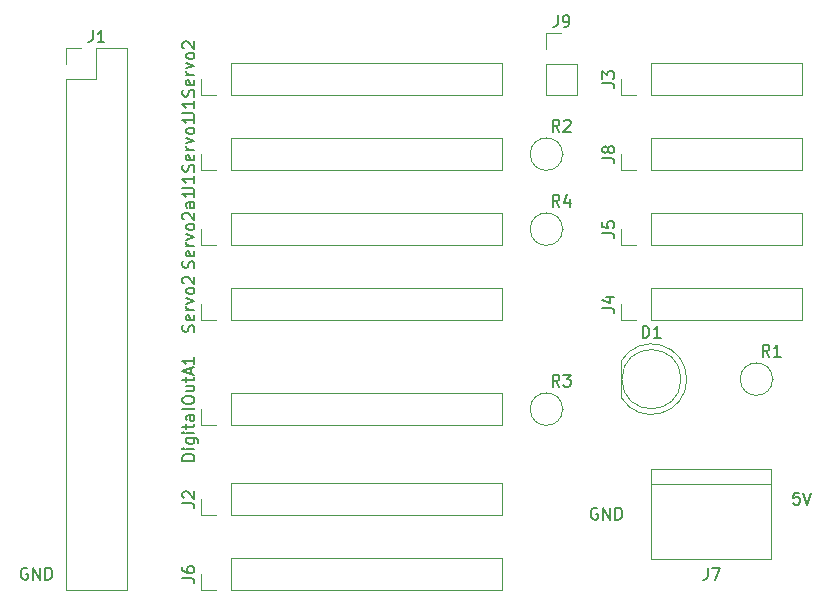
<source format=gbr>
G04 #@! TF.GenerationSoftware,KiCad,Pcbnew,(5.1.2-1)-1*
G04 #@! TF.CreationDate,2019-07-02T22:52:59+10:00*
G04 #@! TF.ProjectId,pcb_combined,7063625f-636f-46d6-9269-6e65642e6b69,rev?*
G04 #@! TF.SameCoordinates,Original*
G04 #@! TF.FileFunction,Legend,Top*
G04 #@! TF.FilePolarity,Positive*
%FSLAX46Y46*%
G04 Gerber Fmt 4.6, Leading zero omitted, Abs format (unit mm)*
G04 Created by KiCad (PCBNEW (5.1.2-1)-1) date 2019-07-02 22:52:59*
%MOMM*%
%LPD*%
G04 APERTURE LIST*
%ADD10C,0.150000*%
%ADD11C,0.120000*%
G04 APERTURE END LIST*
D10*
X88138095Y-70620000D02*
X88042857Y-70572380D01*
X87900000Y-70572380D01*
X87757142Y-70620000D01*
X87661904Y-70715238D01*
X87614285Y-70810476D01*
X87566666Y-71000952D01*
X87566666Y-71143809D01*
X87614285Y-71334285D01*
X87661904Y-71429523D01*
X87757142Y-71524761D01*
X87900000Y-71572380D01*
X87995238Y-71572380D01*
X88138095Y-71524761D01*
X88185714Y-71477142D01*
X88185714Y-71143809D01*
X87995238Y-71143809D01*
X88614285Y-71572380D02*
X88614285Y-70572380D01*
X89185714Y-71572380D01*
X89185714Y-70572380D01*
X89661904Y-71572380D02*
X89661904Y-70572380D01*
X89900000Y-70572380D01*
X90042857Y-70620000D01*
X90138095Y-70715238D01*
X90185714Y-70810476D01*
X90233333Y-71000952D01*
X90233333Y-71143809D01*
X90185714Y-71334285D01*
X90138095Y-71429523D01*
X90042857Y-71524761D01*
X89900000Y-71572380D01*
X89661904Y-71572380D01*
X39878095Y-75700000D02*
X39782857Y-75652380D01*
X39640000Y-75652380D01*
X39497142Y-75700000D01*
X39401904Y-75795238D01*
X39354285Y-75890476D01*
X39306666Y-76080952D01*
X39306666Y-76223809D01*
X39354285Y-76414285D01*
X39401904Y-76509523D01*
X39497142Y-76604761D01*
X39640000Y-76652380D01*
X39735238Y-76652380D01*
X39878095Y-76604761D01*
X39925714Y-76557142D01*
X39925714Y-76223809D01*
X39735238Y-76223809D01*
X40354285Y-76652380D02*
X40354285Y-75652380D01*
X40925714Y-76652380D01*
X40925714Y-75652380D01*
X41401904Y-76652380D02*
X41401904Y-75652380D01*
X41640000Y-75652380D01*
X41782857Y-75700000D01*
X41878095Y-75795238D01*
X41925714Y-75890476D01*
X41973333Y-76080952D01*
X41973333Y-76223809D01*
X41925714Y-76414285D01*
X41878095Y-76509523D01*
X41782857Y-76604761D01*
X41640000Y-76652380D01*
X41401904Y-76652380D01*
X105219523Y-69302380D02*
X104743333Y-69302380D01*
X104695714Y-69778571D01*
X104743333Y-69730952D01*
X104838571Y-69683333D01*
X105076666Y-69683333D01*
X105171904Y-69730952D01*
X105219523Y-69778571D01*
X105267142Y-69873809D01*
X105267142Y-70111904D01*
X105219523Y-70207142D01*
X105171904Y-70254761D01*
X105076666Y-70302380D01*
X104838571Y-70302380D01*
X104743333Y-70254761D01*
X104695714Y-70207142D01*
X105552857Y-69302380D02*
X105886190Y-70302380D01*
X106219523Y-69302380D01*
D11*
X83760000Y-30420000D02*
X85090000Y-30420000D01*
X83760000Y-31750000D02*
X83760000Y-30420000D01*
X83760000Y-33020000D02*
X86420000Y-33020000D01*
X86420000Y-33020000D02*
X86420000Y-35620000D01*
X83760000Y-33020000D02*
X83760000Y-35620000D01*
X83760000Y-35620000D02*
X86420000Y-35620000D01*
X85190000Y-46990000D02*
X85260000Y-46990000D01*
X85190000Y-46990000D02*
G75*
G03X85190000Y-46990000I-1370000J0D01*
G01*
X85190000Y-62230000D02*
X85260000Y-62230000D01*
X85190000Y-62230000D02*
G75*
G03X85190000Y-62230000I-1370000J0D01*
G01*
X85190000Y-40640000D02*
X85260000Y-40640000D01*
X85190000Y-40640000D02*
G75*
G03X85190000Y-40640000I-1370000J0D01*
G01*
X90110000Y-48320000D02*
X90110000Y-46990000D01*
X91440000Y-48320000D02*
X90110000Y-48320000D01*
X92710000Y-48320000D02*
X92710000Y-45660000D01*
X92710000Y-45660000D02*
X105470000Y-45660000D01*
X92710000Y-48320000D02*
X105470000Y-48320000D01*
X105470000Y-48320000D02*
X105470000Y-45660000D01*
X90110000Y-54670000D02*
X90110000Y-53340000D01*
X91440000Y-54670000D02*
X90110000Y-54670000D01*
X92710000Y-54670000D02*
X92710000Y-52010000D01*
X92710000Y-52010000D02*
X105470000Y-52010000D01*
X92710000Y-54670000D02*
X105470000Y-54670000D01*
X105470000Y-54670000D02*
X105470000Y-52010000D01*
X54550000Y-77530000D02*
X54550000Y-76200000D01*
X55880000Y-77530000D02*
X54550000Y-77530000D01*
X57150000Y-77530000D02*
X57150000Y-74870000D01*
X57150000Y-74870000D02*
X80070000Y-74870000D01*
X57150000Y-77530000D02*
X80070000Y-77530000D01*
X80070000Y-77530000D02*
X80070000Y-74870000D01*
X54550000Y-71180000D02*
X54550000Y-69850000D01*
X55880000Y-71180000D02*
X54550000Y-71180000D01*
X57150000Y-71180000D02*
X57150000Y-68520000D01*
X57150000Y-68520000D02*
X80070000Y-68520000D01*
X57150000Y-71180000D02*
X80070000Y-71180000D01*
X80070000Y-71180000D02*
X80070000Y-68520000D01*
X54550000Y-54670000D02*
X54550000Y-53340000D01*
X55880000Y-54670000D02*
X54550000Y-54670000D01*
X57150000Y-54670000D02*
X57150000Y-52010000D01*
X57150000Y-52010000D02*
X80070000Y-52010000D01*
X57150000Y-54670000D02*
X80070000Y-54670000D01*
X80070000Y-54670000D02*
X80070000Y-52010000D01*
X54550000Y-41970000D02*
X54550000Y-40640000D01*
X55880000Y-41970000D02*
X54550000Y-41970000D01*
X57150000Y-41970000D02*
X57150000Y-39310000D01*
X57150000Y-39310000D02*
X80070000Y-39310000D01*
X57150000Y-41970000D02*
X80070000Y-41970000D01*
X80070000Y-41970000D02*
X80070000Y-39310000D01*
X102870000Y-67310000D02*
X92710000Y-67310000D01*
X102870000Y-74930000D02*
X102870000Y-67310000D01*
X92710000Y-74930000D02*
X102870000Y-74930000D01*
X92710000Y-67310000D02*
X92710000Y-74930000D01*
X92710000Y-68580000D02*
X102870000Y-68580000D01*
X102970000Y-59690000D02*
X103040000Y-59690000D01*
X102970000Y-59690000D02*
G75*
G03X102970000Y-59690000I-1370000J0D01*
G01*
X90110000Y-41970000D02*
X90110000Y-40640000D01*
X91440000Y-41970000D02*
X90110000Y-41970000D01*
X92710000Y-41970000D02*
X92710000Y-39310000D01*
X92710000Y-39310000D02*
X105470000Y-39310000D01*
X92710000Y-41970000D02*
X105470000Y-41970000D01*
X105470000Y-41970000D02*
X105470000Y-39310000D01*
X90110000Y-35620000D02*
X90110000Y-34290000D01*
X91440000Y-35620000D02*
X90110000Y-35620000D01*
X92710000Y-35620000D02*
X92710000Y-32960000D01*
X92710000Y-32960000D02*
X105470000Y-32960000D01*
X92710000Y-35620000D02*
X105470000Y-35620000D01*
X105470000Y-35620000D02*
X105470000Y-32960000D01*
X54550000Y-48320000D02*
X54550000Y-46990000D01*
X55880000Y-48320000D02*
X54550000Y-48320000D01*
X57150000Y-48320000D02*
X57150000Y-45660000D01*
X57150000Y-45660000D02*
X80070000Y-45660000D01*
X57150000Y-48320000D02*
X80070000Y-48320000D01*
X80070000Y-48320000D02*
X80070000Y-45660000D01*
X54550000Y-63560000D02*
X54550000Y-62230000D01*
X55880000Y-63560000D02*
X54550000Y-63560000D01*
X57150000Y-63560000D02*
X57150000Y-60900000D01*
X57150000Y-60900000D02*
X80070000Y-60900000D01*
X57150000Y-63560000D02*
X80070000Y-63560000D01*
X80070000Y-63560000D02*
X80070000Y-60900000D01*
X43120000Y-31690000D02*
X44450000Y-31690000D01*
X43120000Y-33020000D02*
X43120000Y-31690000D01*
X45720000Y-31690000D02*
X48320000Y-31690000D01*
X45720000Y-34290000D02*
X45720000Y-31690000D01*
X43120000Y-34290000D02*
X45720000Y-34290000D01*
X48320000Y-31690000D02*
X48320000Y-77530000D01*
X43120000Y-34290000D02*
X43120000Y-77530000D01*
X43120000Y-77530000D02*
X48320000Y-77530000D01*
X54550000Y-35620000D02*
X54550000Y-34290000D01*
X55880000Y-35620000D02*
X54550000Y-35620000D01*
X57150000Y-35620000D02*
X57150000Y-32960000D01*
X57150000Y-32960000D02*
X80070000Y-32960000D01*
X57150000Y-35620000D02*
X80070000Y-35620000D01*
X80070000Y-35620000D02*
X80070000Y-32960000D01*
X90150000Y-58145000D02*
X90150000Y-61235000D01*
X95210000Y-59690000D02*
G75*
G03X95210000Y-59690000I-2500000J0D01*
G01*
X95700000Y-59689538D02*
G75*
G02X90150000Y-61234830I-2990000J-462D01*
G01*
X95700000Y-59690462D02*
G75*
G03X90150000Y-58145170I-2990000J462D01*
G01*
D10*
X84756666Y-28872380D02*
X84756666Y-29586666D01*
X84709047Y-29729523D01*
X84613809Y-29824761D01*
X84470952Y-29872380D01*
X84375714Y-29872380D01*
X85280476Y-29872380D02*
X85470952Y-29872380D01*
X85566190Y-29824761D01*
X85613809Y-29777142D01*
X85709047Y-29634285D01*
X85756666Y-29443809D01*
X85756666Y-29062857D01*
X85709047Y-28967619D01*
X85661428Y-28920000D01*
X85566190Y-28872380D01*
X85375714Y-28872380D01*
X85280476Y-28920000D01*
X85232857Y-28967619D01*
X85185238Y-29062857D01*
X85185238Y-29300952D01*
X85232857Y-29396190D01*
X85280476Y-29443809D01*
X85375714Y-29491428D01*
X85566190Y-29491428D01*
X85661428Y-29443809D01*
X85709047Y-29396190D01*
X85756666Y-29300952D01*
X84923333Y-45072380D02*
X84590000Y-44596190D01*
X84351904Y-45072380D02*
X84351904Y-44072380D01*
X84732857Y-44072380D01*
X84828095Y-44120000D01*
X84875714Y-44167619D01*
X84923333Y-44262857D01*
X84923333Y-44405714D01*
X84875714Y-44500952D01*
X84828095Y-44548571D01*
X84732857Y-44596190D01*
X84351904Y-44596190D01*
X85780476Y-44405714D02*
X85780476Y-45072380D01*
X85542380Y-44024761D02*
X85304285Y-44739047D01*
X85923333Y-44739047D01*
X84923333Y-60312380D02*
X84590000Y-59836190D01*
X84351904Y-60312380D02*
X84351904Y-59312380D01*
X84732857Y-59312380D01*
X84828095Y-59360000D01*
X84875714Y-59407619D01*
X84923333Y-59502857D01*
X84923333Y-59645714D01*
X84875714Y-59740952D01*
X84828095Y-59788571D01*
X84732857Y-59836190D01*
X84351904Y-59836190D01*
X85256666Y-59312380D02*
X85875714Y-59312380D01*
X85542380Y-59693333D01*
X85685238Y-59693333D01*
X85780476Y-59740952D01*
X85828095Y-59788571D01*
X85875714Y-59883809D01*
X85875714Y-60121904D01*
X85828095Y-60217142D01*
X85780476Y-60264761D01*
X85685238Y-60312380D01*
X85399523Y-60312380D01*
X85304285Y-60264761D01*
X85256666Y-60217142D01*
X84923333Y-38722380D02*
X84590000Y-38246190D01*
X84351904Y-38722380D02*
X84351904Y-37722380D01*
X84732857Y-37722380D01*
X84828095Y-37770000D01*
X84875714Y-37817619D01*
X84923333Y-37912857D01*
X84923333Y-38055714D01*
X84875714Y-38150952D01*
X84828095Y-38198571D01*
X84732857Y-38246190D01*
X84351904Y-38246190D01*
X85304285Y-37817619D02*
X85351904Y-37770000D01*
X85447142Y-37722380D01*
X85685238Y-37722380D01*
X85780476Y-37770000D01*
X85828095Y-37817619D01*
X85875714Y-37912857D01*
X85875714Y-38008095D01*
X85828095Y-38150952D01*
X85256666Y-38722380D01*
X85875714Y-38722380D01*
X88562380Y-47323333D02*
X89276666Y-47323333D01*
X89419523Y-47370952D01*
X89514761Y-47466190D01*
X89562380Y-47609047D01*
X89562380Y-47704285D01*
X88562380Y-46370952D02*
X88562380Y-46847142D01*
X89038571Y-46894761D01*
X88990952Y-46847142D01*
X88943333Y-46751904D01*
X88943333Y-46513809D01*
X88990952Y-46418571D01*
X89038571Y-46370952D01*
X89133809Y-46323333D01*
X89371904Y-46323333D01*
X89467142Y-46370952D01*
X89514761Y-46418571D01*
X89562380Y-46513809D01*
X89562380Y-46751904D01*
X89514761Y-46847142D01*
X89467142Y-46894761D01*
X88562380Y-53673333D02*
X89276666Y-53673333D01*
X89419523Y-53720952D01*
X89514761Y-53816190D01*
X89562380Y-53959047D01*
X89562380Y-54054285D01*
X88895714Y-52768571D02*
X89562380Y-52768571D01*
X88514761Y-53006666D02*
X89229047Y-53244761D01*
X89229047Y-52625714D01*
X53002380Y-76533333D02*
X53716666Y-76533333D01*
X53859523Y-76580952D01*
X53954761Y-76676190D01*
X54002380Y-76819047D01*
X54002380Y-76914285D01*
X53002380Y-75628571D02*
X53002380Y-75819047D01*
X53050000Y-75914285D01*
X53097619Y-75961904D01*
X53240476Y-76057142D01*
X53430952Y-76104761D01*
X53811904Y-76104761D01*
X53907142Y-76057142D01*
X53954761Y-76009523D01*
X54002380Y-75914285D01*
X54002380Y-75723809D01*
X53954761Y-75628571D01*
X53907142Y-75580952D01*
X53811904Y-75533333D01*
X53573809Y-75533333D01*
X53478571Y-75580952D01*
X53430952Y-75628571D01*
X53383333Y-75723809D01*
X53383333Y-75914285D01*
X53430952Y-76009523D01*
X53478571Y-76057142D01*
X53573809Y-76104761D01*
X53002380Y-70183333D02*
X53716666Y-70183333D01*
X53859523Y-70230952D01*
X53954761Y-70326190D01*
X54002380Y-70469047D01*
X54002380Y-70564285D01*
X53097619Y-69754761D02*
X53050000Y-69707142D01*
X53002380Y-69611904D01*
X53002380Y-69373809D01*
X53050000Y-69278571D01*
X53097619Y-69230952D01*
X53192857Y-69183333D01*
X53288095Y-69183333D01*
X53430952Y-69230952D01*
X54002380Y-69802380D01*
X54002380Y-69183333D01*
X53954761Y-55673333D02*
X54002380Y-55530476D01*
X54002380Y-55292380D01*
X53954761Y-55197142D01*
X53907142Y-55149523D01*
X53811904Y-55101904D01*
X53716666Y-55101904D01*
X53621428Y-55149523D01*
X53573809Y-55197142D01*
X53526190Y-55292380D01*
X53478571Y-55482857D01*
X53430952Y-55578095D01*
X53383333Y-55625714D01*
X53288095Y-55673333D01*
X53192857Y-55673333D01*
X53097619Y-55625714D01*
X53050000Y-55578095D01*
X53002380Y-55482857D01*
X53002380Y-55244761D01*
X53050000Y-55101904D01*
X53954761Y-54292380D02*
X54002380Y-54387619D01*
X54002380Y-54578095D01*
X53954761Y-54673333D01*
X53859523Y-54720952D01*
X53478571Y-54720952D01*
X53383333Y-54673333D01*
X53335714Y-54578095D01*
X53335714Y-54387619D01*
X53383333Y-54292380D01*
X53478571Y-54244761D01*
X53573809Y-54244761D01*
X53669047Y-54720952D01*
X54002380Y-53816190D02*
X53335714Y-53816190D01*
X53526190Y-53816190D02*
X53430952Y-53768571D01*
X53383333Y-53720952D01*
X53335714Y-53625714D01*
X53335714Y-53530476D01*
X53335714Y-53292380D02*
X54002380Y-53054285D01*
X53335714Y-52816190D01*
X54002380Y-52292380D02*
X53954761Y-52387619D01*
X53907142Y-52435238D01*
X53811904Y-52482857D01*
X53526190Y-52482857D01*
X53430952Y-52435238D01*
X53383333Y-52387619D01*
X53335714Y-52292380D01*
X53335714Y-52149523D01*
X53383333Y-52054285D01*
X53430952Y-52006666D01*
X53526190Y-51959047D01*
X53811904Y-51959047D01*
X53907142Y-52006666D01*
X53954761Y-52054285D01*
X54002380Y-52149523D01*
X54002380Y-52292380D01*
X53097619Y-51578095D02*
X53050000Y-51530476D01*
X53002380Y-51435238D01*
X53002380Y-51197142D01*
X53050000Y-51101904D01*
X53097619Y-51054285D01*
X53192857Y-51006666D01*
X53288095Y-51006666D01*
X53430952Y-51054285D01*
X54002380Y-51625714D01*
X54002380Y-51006666D01*
X53002380Y-43497142D02*
X53716666Y-43497142D01*
X53859523Y-43544761D01*
X53954761Y-43640000D01*
X54002380Y-43782857D01*
X54002380Y-43878095D01*
X54002380Y-42497142D02*
X54002380Y-43068571D01*
X54002380Y-42782857D02*
X53002380Y-42782857D01*
X53145238Y-42878095D01*
X53240476Y-42973333D01*
X53288095Y-43068571D01*
X53954761Y-42116190D02*
X54002380Y-41973333D01*
X54002380Y-41735238D01*
X53954761Y-41640000D01*
X53907142Y-41592380D01*
X53811904Y-41544761D01*
X53716666Y-41544761D01*
X53621428Y-41592380D01*
X53573809Y-41640000D01*
X53526190Y-41735238D01*
X53478571Y-41925714D01*
X53430952Y-42020952D01*
X53383333Y-42068571D01*
X53288095Y-42116190D01*
X53192857Y-42116190D01*
X53097619Y-42068571D01*
X53050000Y-42020952D01*
X53002380Y-41925714D01*
X53002380Y-41687619D01*
X53050000Y-41544761D01*
X53954761Y-40735238D02*
X54002380Y-40830476D01*
X54002380Y-41020952D01*
X53954761Y-41116190D01*
X53859523Y-41163809D01*
X53478571Y-41163809D01*
X53383333Y-41116190D01*
X53335714Y-41020952D01*
X53335714Y-40830476D01*
X53383333Y-40735238D01*
X53478571Y-40687619D01*
X53573809Y-40687619D01*
X53669047Y-41163809D01*
X54002380Y-40259047D02*
X53335714Y-40259047D01*
X53526190Y-40259047D02*
X53430952Y-40211428D01*
X53383333Y-40163809D01*
X53335714Y-40068571D01*
X53335714Y-39973333D01*
X53335714Y-39735238D02*
X54002380Y-39497142D01*
X53335714Y-39259047D01*
X54002380Y-38735238D02*
X53954761Y-38830476D01*
X53907142Y-38878095D01*
X53811904Y-38925714D01*
X53526190Y-38925714D01*
X53430952Y-38878095D01*
X53383333Y-38830476D01*
X53335714Y-38735238D01*
X53335714Y-38592380D01*
X53383333Y-38497142D01*
X53430952Y-38449523D01*
X53526190Y-38401904D01*
X53811904Y-38401904D01*
X53907142Y-38449523D01*
X53954761Y-38497142D01*
X54002380Y-38592380D01*
X54002380Y-38735238D01*
X54002380Y-37449523D02*
X54002380Y-38020952D01*
X54002380Y-37735238D02*
X53002380Y-37735238D01*
X53145238Y-37830476D01*
X53240476Y-37925714D01*
X53288095Y-38020952D01*
X97456666Y-75652380D02*
X97456666Y-76366666D01*
X97409047Y-76509523D01*
X97313809Y-76604761D01*
X97170952Y-76652380D01*
X97075714Y-76652380D01*
X97837619Y-75652380D02*
X98504285Y-75652380D01*
X98075714Y-76652380D01*
X102703333Y-57772380D02*
X102370000Y-57296190D01*
X102131904Y-57772380D02*
X102131904Y-56772380D01*
X102512857Y-56772380D01*
X102608095Y-56820000D01*
X102655714Y-56867619D01*
X102703333Y-56962857D01*
X102703333Y-57105714D01*
X102655714Y-57200952D01*
X102608095Y-57248571D01*
X102512857Y-57296190D01*
X102131904Y-57296190D01*
X103655714Y-57772380D02*
X103084285Y-57772380D01*
X103370000Y-57772380D02*
X103370000Y-56772380D01*
X103274761Y-56915238D01*
X103179523Y-57010476D01*
X103084285Y-57058095D01*
X88562380Y-40973333D02*
X89276666Y-40973333D01*
X89419523Y-41020952D01*
X89514761Y-41116190D01*
X89562380Y-41259047D01*
X89562380Y-41354285D01*
X88990952Y-40354285D02*
X88943333Y-40449523D01*
X88895714Y-40497142D01*
X88800476Y-40544761D01*
X88752857Y-40544761D01*
X88657619Y-40497142D01*
X88610000Y-40449523D01*
X88562380Y-40354285D01*
X88562380Y-40163809D01*
X88610000Y-40068571D01*
X88657619Y-40020952D01*
X88752857Y-39973333D01*
X88800476Y-39973333D01*
X88895714Y-40020952D01*
X88943333Y-40068571D01*
X88990952Y-40163809D01*
X88990952Y-40354285D01*
X89038571Y-40449523D01*
X89086190Y-40497142D01*
X89181428Y-40544761D01*
X89371904Y-40544761D01*
X89467142Y-40497142D01*
X89514761Y-40449523D01*
X89562380Y-40354285D01*
X89562380Y-40163809D01*
X89514761Y-40068571D01*
X89467142Y-40020952D01*
X89371904Y-39973333D01*
X89181428Y-39973333D01*
X89086190Y-40020952D01*
X89038571Y-40068571D01*
X88990952Y-40163809D01*
X88562380Y-34623333D02*
X89276666Y-34623333D01*
X89419523Y-34670952D01*
X89514761Y-34766190D01*
X89562380Y-34909047D01*
X89562380Y-35004285D01*
X88562380Y-34242380D02*
X88562380Y-33623333D01*
X88943333Y-33956666D01*
X88943333Y-33813809D01*
X88990952Y-33718571D01*
X89038571Y-33670952D01*
X89133809Y-33623333D01*
X89371904Y-33623333D01*
X89467142Y-33670952D01*
X89514761Y-33718571D01*
X89562380Y-33813809D01*
X89562380Y-34099523D01*
X89514761Y-34194761D01*
X89467142Y-34242380D01*
X53954761Y-50251904D02*
X54002380Y-50109047D01*
X54002380Y-49870952D01*
X53954761Y-49775714D01*
X53907142Y-49728095D01*
X53811904Y-49680476D01*
X53716666Y-49680476D01*
X53621428Y-49728095D01*
X53573809Y-49775714D01*
X53526190Y-49870952D01*
X53478571Y-50061428D01*
X53430952Y-50156666D01*
X53383333Y-50204285D01*
X53288095Y-50251904D01*
X53192857Y-50251904D01*
X53097619Y-50204285D01*
X53050000Y-50156666D01*
X53002380Y-50061428D01*
X53002380Y-49823333D01*
X53050000Y-49680476D01*
X53954761Y-48870952D02*
X54002380Y-48966190D01*
X54002380Y-49156666D01*
X53954761Y-49251904D01*
X53859523Y-49299523D01*
X53478571Y-49299523D01*
X53383333Y-49251904D01*
X53335714Y-49156666D01*
X53335714Y-48966190D01*
X53383333Y-48870952D01*
X53478571Y-48823333D01*
X53573809Y-48823333D01*
X53669047Y-49299523D01*
X54002380Y-48394761D02*
X53335714Y-48394761D01*
X53526190Y-48394761D02*
X53430952Y-48347142D01*
X53383333Y-48299523D01*
X53335714Y-48204285D01*
X53335714Y-48109047D01*
X53335714Y-47870952D02*
X54002380Y-47632857D01*
X53335714Y-47394761D01*
X54002380Y-46870952D02*
X53954761Y-46966190D01*
X53907142Y-47013809D01*
X53811904Y-47061428D01*
X53526190Y-47061428D01*
X53430952Y-47013809D01*
X53383333Y-46966190D01*
X53335714Y-46870952D01*
X53335714Y-46728095D01*
X53383333Y-46632857D01*
X53430952Y-46585238D01*
X53526190Y-46537619D01*
X53811904Y-46537619D01*
X53907142Y-46585238D01*
X53954761Y-46632857D01*
X54002380Y-46728095D01*
X54002380Y-46870952D01*
X53097619Y-46156666D02*
X53050000Y-46109047D01*
X53002380Y-46013809D01*
X53002380Y-45775714D01*
X53050000Y-45680476D01*
X53097619Y-45632857D01*
X53192857Y-45585238D01*
X53288095Y-45585238D01*
X53430952Y-45632857D01*
X54002380Y-46204285D01*
X54002380Y-45585238D01*
X54002380Y-44728095D02*
X53478571Y-44728095D01*
X53383333Y-44775714D01*
X53335714Y-44870952D01*
X53335714Y-45061428D01*
X53383333Y-45156666D01*
X53954761Y-44728095D02*
X54002380Y-44823333D01*
X54002380Y-45061428D01*
X53954761Y-45156666D01*
X53859523Y-45204285D01*
X53764285Y-45204285D01*
X53669047Y-45156666D01*
X53621428Y-45061428D01*
X53621428Y-44823333D01*
X53573809Y-44728095D01*
X54002380Y-43728095D02*
X54002380Y-44299523D01*
X54002380Y-44013809D02*
X53002380Y-44013809D01*
X53145238Y-44109047D01*
X53240476Y-44204285D01*
X53288095Y-44299523D01*
X54002380Y-66587142D02*
X53002380Y-66587142D01*
X53002380Y-66349047D01*
X53050000Y-66206190D01*
X53145238Y-66110952D01*
X53240476Y-66063333D01*
X53430952Y-66015714D01*
X53573809Y-66015714D01*
X53764285Y-66063333D01*
X53859523Y-66110952D01*
X53954761Y-66206190D01*
X54002380Y-66349047D01*
X54002380Y-66587142D01*
X54002380Y-65587142D02*
X53335714Y-65587142D01*
X53002380Y-65587142D02*
X53050000Y-65634761D01*
X53097619Y-65587142D01*
X53050000Y-65539523D01*
X53002380Y-65587142D01*
X53097619Y-65587142D01*
X53335714Y-64682380D02*
X54145238Y-64682380D01*
X54240476Y-64730000D01*
X54288095Y-64777619D01*
X54335714Y-64872857D01*
X54335714Y-65015714D01*
X54288095Y-65110952D01*
X53954761Y-64682380D02*
X54002380Y-64777619D01*
X54002380Y-64968095D01*
X53954761Y-65063333D01*
X53907142Y-65110952D01*
X53811904Y-65158571D01*
X53526190Y-65158571D01*
X53430952Y-65110952D01*
X53383333Y-65063333D01*
X53335714Y-64968095D01*
X53335714Y-64777619D01*
X53383333Y-64682380D01*
X54002380Y-64206190D02*
X53335714Y-64206190D01*
X53002380Y-64206190D02*
X53050000Y-64253809D01*
X53097619Y-64206190D01*
X53050000Y-64158571D01*
X53002380Y-64206190D01*
X53097619Y-64206190D01*
X53335714Y-63872857D02*
X53335714Y-63491904D01*
X53002380Y-63730000D02*
X53859523Y-63730000D01*
X53954761Y-63682380D01*
X54002380Y-63587142D01*
X54002380Y-63491904D01*
X54002380Y-62730000D02*
X53478571Y-62730000D01*
X53383333Y-62777619D01*
X53335714Y-62872857D01*
X53335714Y-63063333D01*
X53383333Y-63158571D01*
X53954761Y-62730000D02*
X54002380Y-62825238D01*
X54002380Y-63063333D01*
X53954761Y-63158571D01*
X53859523Y-63206190D01*
X53764285Y-63206190D01*
X53669047Y-63158571D01*
X53621428Y-63063333D01*
X53621428Y-62825238D01*
X53573809Y-62730000D01*
X54002380Y-62110952D02*
X53954761Y-62206190D01*
X53859523Y-62253809D01*
X53002380Y-62253809D01*
X53002380Y-61539523D02*
X53002380Y-61349047D01*
X53050000Y-61253809D01*
X53145238Y-61158571D01*
X53335714Y-61110952D01*
X53669047Y-61110952D01*
X53859523Y-61158571D01*
X53954761Y-61253809D01*
X54002380Y-61349047D01*
X54002380Y-61539523D01*
X53954761Y-61634761D01*
X53859523Y-61730000D01*
X53669047Y-61777619D01*
X53335714Y-61777619D01*
X53145238Y-61730000D01*
X53050000Y-61634761D01*
X53002380Y-61539523D01*
X53335714Y-60253809D02*
X54002380Y-60253809D01*
X53335714Y-60682380D02*
X53859523Y-60682380D01*
X53954761Y-60634761D01*
X54002380Y-60539523D01*
X54002380Y-60396666D01*
X53954761Y-60301428D01*
X53907142Y-60253809D01*
X53335714Y-59920476D02*
X53335714Y-59539523D01*
X53002380Y-59777619D02*
X53859523Y-59777619D01*
X53954761Y-59730000D01*
X54002380Y-59634761D01*
X54002380Y-59539523D01*
X53716666Y-59253809D02*
X53716666Y-58777619D01*
X54002380Y-59349047D02*
X53002380Y-59015714D01*
X54002380Y-58682380D01*
X54002380Y-57825238D02*
X54002380Y-58396666D01*
X54002380Y-58110952D02*
X53002380Y-58110952D01*
X53145238Y-58206190D01*
X53240476Y-58301428D01*
X53288095Y-58396666D01*
X45386666Y-30142380D02*
X45386666Y-30856666D01*
X45339047Y-30999523D01*
X45243809Y-31094761D01*
X45100952Y-31142380D01*
X45005714Y-31142380D01*
X46386666Y-31142380D02*
X45815238Y-31142380D01*
X46100952Y-31142380D02*
X46100952Y-30142380D01*
X46005714Y-30285238D01*
X45910476Y-30380476D01*
X45815238Y-30428095D01*
X53002380Y-37147142D02*
X53716666Y-37147142D01*
X53859523Y-37194761D01*
X53954761Y-37290000D01*
X54002380Y-37432857D01*
X54002380Y-37528095D01*
X54002380Y-36147142D02*
X54002380Y-36718571D01*
X54002380Y-36432857D02*
X53002380Y-36432857D01*
X53145238Y-36528095D01*
X53240476Y-36623333D01*
X53288095Y-36718571D01*
X53954761Y-35766190D02*
X54002380Y-35623333D01*
X54002380Y-35385238D01*
X53954761Y-35290000D01*
X53907142Y-35242380D01*
X53811904Y-35194761D01*
X53716666Y-35194761D01*
X53621428Y-35242380D01*
X53573809Y-35290000D01*
X53526190Y-35385238D01*
X53478571Y-35575714D01*
X53430952Y-35670952D01*
X53383333Y-35718571D01*
X53288095Y-35766190D01*
X53192857Y-35766190D01*
X53097619Y-35718571D01*
X53050000Y-35670952D01*
X53002380Y-35575714D01*
X53002380Y-35337619D01*
X53050000Y-35194761D01*
X53954761Y-34385238D02*
X54002380Y-34480476D01*
X54002380Y-34670952D01*
X53954761Y-34766190D01*
X53859523Y-34813809D01*
X53478571Y-34813809D01*
X53383333Y-34766190D01*
X53335714Y-34670952D01*
X53335714Y-34480476D01*
X53383333Y-34385238D01*
X53478571Y-34337619D01*
X53573809Y-34337619D01*
X53669047Y-34813809D01*
X54002380Y-33909047D02*
X53335714Y-33909047D01*
X53526190Y-33909047D02*
X53430952Y-33861428D01*
X53383333Y-33813809D01*
X53335714Y-33718571D01*
X53335714Y-33623333D01*
X53335714Y-33385238D02*
X54002380Y-33147142D01*
X53335714Y-32909047D01*
X54002380Y-32385238D02*
X53954761Y-32480476D01*
X53907142Y-32528095D01*
X53811904Y-32575714D01*
X53526190Y-32575714D01*
X53430952Y-32528095D01*
X53383333Y-32480476D01*
X53335714Y-32385238D01*
X53335714Y-32242380D01*
X53383333Y-32147142D01*
X53430952Y-32099523D01*
X53526190Y-32051904D01*
X53811904Y-32051904D01*
X53907142Y-32099523D01*
X53954761Y-32147142D01*
X54002380Y-32242380D01*
X54002380Y-32385238D01*
X53097619Y-31670952D02*
X53050000Y-31623333D01*
X53002380Y-31528095D01*
X53002380Y-31290000D01*
X53050000Y-31194761D01*
X53097619Y-31147142D01*
X53192857Y-31099523D01*
X53288095Y-31099523D01*
X53430952Y-31147142D01*
X54002380Y-31718571D01*
X54002380Y-31099523D01*
X91971904Y-56182380D02*
X91971904Y-55182380D01*
X92210000Y-55182380D01*
X92352857Y-55230000D01*
X92448095Y-55325238D01*
X92495714Y-55420476D01*
X92543333Y-55610952D01*
X92543333Y-55753809D01*
X92495714Y-55944285D01*
X92448095Y-56039523D01*
X92352857Y-56134761D01*
X92210000Y-56182380D01*
X91971904Y-56182380D01*
X93495714Y-56182380D02*
X92924285Y-56182380D01*
X93210000Y-56182380D02*
X93210000Y-55182380D01*
X93114761Y-55325238D01*
X93019523Y-55420476D01*
X92924285Y-55468095D01*
M02*

</source>
